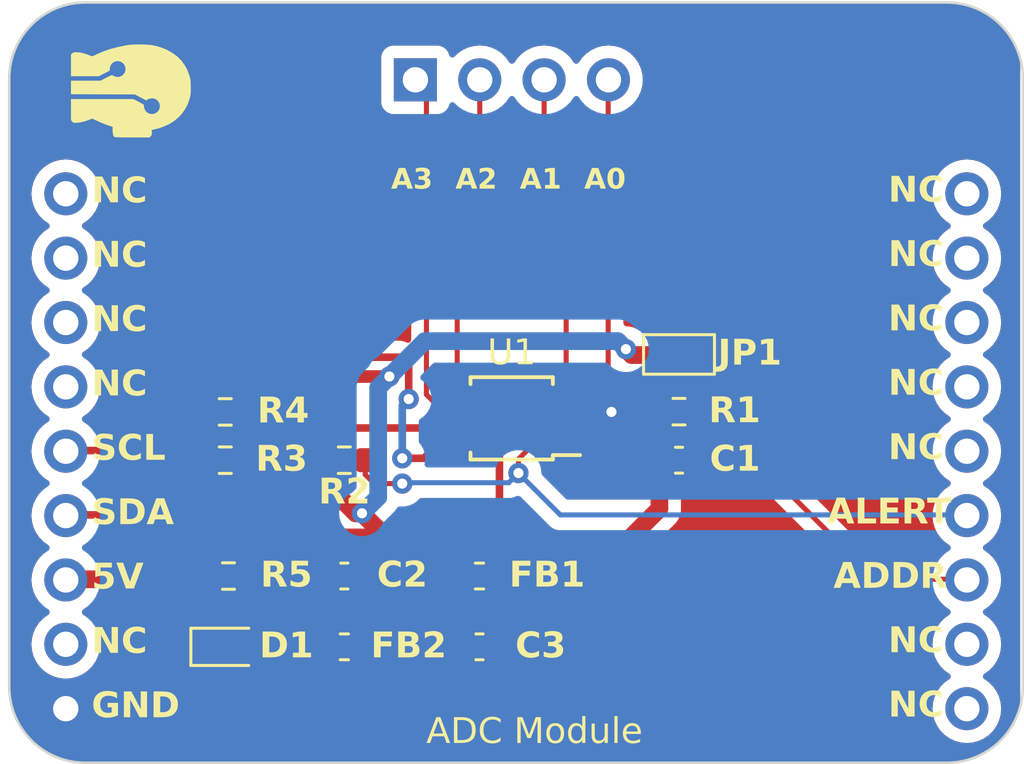
<source format=kicad_pcb>
(kicad_pcb (version 20240108) (generator "pcbnew") (generator_version "8.0")
  (layers (0 "F.Cu" signal) (31 "B.Cu" signal) (34 "B.Paste" user) (35 "F.Paste" user) (36 "B.SilkS" user "B.Silkscreen") (37 "F.SilkS" user "F.Silkscreen") (38 "B.Mask" user) (39 "F.Mask" user) (44 "Edge.Cuts" user))
  (net 0 "")
  (net 1 "VCC")
  (net 2 "GND")
  (net 3 "+5V")
  (net 4 "SDA")
  (net 5 "SCL")
  (net 6 "AIN0")
  (net 7 "AIN1")
  (net 8 "AIN2")
  (net 9 "AIN3")
  (net 22 "ADDR")
  (net 23 "ALERT")
  (net 24 "Net-(D1-A)")
  (footprint "Resistor_SMD:R_0603_1608Metric" (layer "F.Cu") (at 122.174 94.869 180)
    (property "Reference" "R4" (at -2.286 0 0) (layer "F.SilkS") (effects (font (thickness 0.16) (bold yes))))
    (property "Value" "10K" (hide yes))
    (fp_line (start -0.237258 0.5225) (end 0.237258 0.5225) (stroke (width 0.12)) (layer "F.SilkS"))
    (fp_line (start -0.237258 -0.5225) (end 0.237258 -0.5225) (stroke (width 0.12)) (layer "F.SilkS"))
    (pad "1" smd roundrect (at -0.825 0 180) (size 0.8 0.95) (layers "F.Cu" "F.Paste" "F.Mask") (net 3 "+5V"))
    (pad "2" smd roundrect (at 0.825 0 180) (size 0.8 0.95) (layers "F.Cu" "F.Paste" "F.Mask") (net 5 "SCL"))
  )
  (footprint "Connector_PinSocket_2.54mm:PinSocket_1x04_P2.54mm_Vertical" (layer "F.Cu") (at 129.677 81.763 90)
    (property "Reference" "J1" (hide yes))
    (property "Value" "Conn_01x04_Socket" (hide yes))
    (pad "1" thru_hole rect (at 0 0 90) (size 1.7 1.7) (drill 1) (layers "*.Cu" "*.Mask") (net 9 "AIN3"))
    (pad "2" thru_hole oval (at 0 2.54 90) (size 1.7 1.7) (drill 1) (layers "*.Cu" "*.Mask") (net 8 "AIN2"))
    (pad "3" thru_hole oval (at 0 5.08 90) (size 1.7 1.7) (drill 1) (layers "*.Cu" "*.Mask") (net 7 "AIN1"))
    (pad "4" thru_hole oval (at 0 7.62 90) (size 1.7 1.7) (drill 1) (layers "*.Cu" "*.Mask") (net 6 "AIN0"))
  )
  (footprint "Capacitor_SMD:C_0603_1608Metric" (layer "F.Cu") (at 140.081 96.774)
    (property "Reference" "C1" (at 2.2098 0 0) (layer "F.SilkS") (effects (font (thickness 0.16) (bold yes))))
    (property "Value" "10uF" (hide yes))
    (fp_line (start -0.14058 -0.51) (end 0.14058 -0.51) (stroke (width 0.12)) (layer "F.SilkS"))
    (fp_line (start -0.14058 0.51) (end 0.14058 0.51) (stroke (width 0.12)) (layer "F.SilkS"))
    (pad "1" smd roundrect (at -0.775 0) (size 0.9 0.95) (layers "F.Cu" "F.Paste" "F.Mask") (net 1 "VCC"))
    (pad "2" smd roundrect (at 0.775 0) (size 0.9 0.95) (layers "F.Cu" "F.Paste" "F.Mask") (net 2 "GND"))
  )
  (footprint "Resistor_SMD:R_0603_1608Metric" (layer "F.Cu") (at 122.301 101.346)
    (property "Reference" "R5" (at 2.286 0 0) (layer "F.SilkS") (effects (font (thickness 0.16) (bold yes))))
    (property "Value" "470r" (hide yes))
    (fp_line (start -0.237258 -0.5225) (end 0.237258 -0.5225) (stroke (width 0.12)) (layer "F.SilkS"))
    (fp_line (start -0.237258 0.5225) (end 0.237258 0.5225) (stroke (width 0.12)) (layer "F.SilkS"))
    (pad "1" smd roundrect (at -0.825 0) (size 0.8 0.95) (layers "F.Cu" "F.Paste" "F.Mask") (net 3 "+5V"))
    (pad "2" smd roundrect (at 0.825 0) (size 0.8 0.95) (layers "F.Cu" "F.Paste" "F.Mask") (net 24 "Net-(D1-A)"))
  )
  (footprint "Jumper:SolderJumper-2_P1.3mm_Open_Pad1.0x1.5mm" (layer "F.Cu") (at 140.081 92.583 180)
    (property "Reference" "JP1" (at -2.794 -0.003095 0) (layer "F.SilkS") (effects (font (thickness 0.16) (bold yes))))
    (property "Value" "Jumper_2_Open" (hide yes))
    (fp_line (start 1.4 0.762) (end -1.4 0.762) (stroke (width 0.12)) (layer "F.SilkS"))
    (fp_line (start 1.4 -0.7968) (end 1.4 0.762) (stroke (width 0.12)) (layer "F.SilkS"))
    (fp_line (start -1.4 0.762) (end -1.4 -0.7968) (stroke (width 0.12)) (layer "F.SilkS"))
    (fp_line (start -1.4 -0.7968) (end 1.4 -0.7968) (stroke (width 0.12)) (layer "F.SilkS"))
    (pad "1" smd rect (at -0.65 -0.0408 180) (size 1 1.1056) (layers "F.Cu" "F.Mask") (net 22 "ADDR"))
    (pad "2" smd rect (at 0.65 -0.040801 180) (size 1 1.105598) (layers "F.Cu" "F.Mask") (net 3 "+5V"))
  )
  (footprint "Package_SO:TSSOP-10_3x3mm_P0.5mm" (layer "F.Cu") (at 133.477 95.123 180)
    (property "Reference" "U1" (hide yes))
    (property "Value" "U1" (at 0 2.55 0) (layer "F.SilkS"))
    (fp_line (start 1.625 1.625) (end 1.625 1.35) (stroke (width 0.15)) (layer "F.SilkS"))
    (fp_line (start 1.625 -1.625) (end 1.625 -1.35) (stroke (width 0.15)) (layer "F.SilkS"))
    (fp_line (start -1.625 1.625) (end 1.625 1.625) (stroke (width 0.15)) (layer "F.SilkS"))
    (fp_line (start -1.625 1.625) (end -1.625 1.35) (stroke (width 0.15)) (layer "F.SilkS"))
    (fp_line (start -1.625 -1.45) (end -2.7 -1.45) (stroke (width 0.15)) (layer "F.SilkS"))
    (fp_line (start -1.625 -1.625) (end 1.625 -1.625) (stroke (width 0.15)) (layer "F.SilkS"))
    (fp_line (start -1.625 -1.625) (end -1.625 -1.45) (stroke (width 0.15)) (layer "F.SilkS"))
    (pad "1" smd rect (at -2.15 -1 180) (size 1.1 0.25) (layers "F.Cu" "F.Paste" "F.Mask") (net 22 "ADDR"))
    (pad "2" smd rect (at -2.15 -0.5 180) (size 1.1 0.25) (layers "F.Cu" "F.Paste" "F.Mask") (net 23 "ALERT"))
    (pad "3" smd rect (at -2.15 0 180) (size 1.1 0.25) (layers "F.Cu" "F.Paste" "F.Mask") (net 2 "GND"))
    (pad "4" smd rect (at -2.15 0.5 180) (size 1.1 0.25) (layers "F.Cu" "F.Paste" "F.Mask") (net 6 "AIN0"))
    (pad "5" smd rect (at -2.15 1 180) (size 1.1 0.25) (layers "F.Cu" "F.Paste" "F.Mask") (net 7 "AIN1"))
    (pad "6" smd rect (at 2.15 1 180) (size 1.1 0.25) (layers "F.Cu" "F.Paste" "F.Mask") (net 8 "AIN2"))
    (pad "7" smd rect (at 2.15 0.5 180) (size 1.1 0.25) (layers "F.Cu" "F.Paste" "F.Mask") (net 9 "AIN3"))
    (pad "8" smd rect (at 2.15 0 180) (size 1.1 0.25) (layers "F.Cu" "F.Paste" "F.Mask") (net 1 "VCC"))
    (pad "9" smd rect (at 2.15 -0.5 180) (size 1.1 0.25) (layers "F.Cu" "F.Paste" "F.Mask") (net 4 "SDA"))
    (pad "10" smd rect (at 2.15 -1 180) (size 1.1 0.25) (layers "F.Cu" "F.Paste" "F.Mask") (net 5 "SCL"))
  )
  (footprint "LED_SMD:LED_0603_1608Metric" (layer "F.Cu") (at 122.301 104.14)
    (property "Reference" "D1" (at 2.286 0 0) (layer "F.SilkS") (effects (font (thickness 0.16) (bold yes))))
    (property "Value" "LED" (hide yes))
    (fp_line (start -1.485 -0.735) (end -1.485 0.735) (stroke (width 0.12)) (layer "F.SilkS"))
    (fp_line (start -1.485 0.735) (end 0.8 0.735) (stroke (width 0.12)) (layer "F.SilkS"))
    (fp_line (start 0.8 -0.735) (end -1.485 -0.735) (stroke (width 0.12)) (layer "F.SilkS"))
    (pad "1" smd roundrect (at -0.7875 0) (size 0.875 0.95) (layers "F.Cu" "F.Paste" "F.Mask") (net 2 "GND"))
    (pad "2" smd roundrect (at 0.7875 0) (size 0.875 0.95) (layers "F.Cu" "F.Paste" "F.Mask") (net 24 "Net-(D1-A)"))
  )
  (footprint "Resistor_SMD:R_0603_1608Metric" (layer "F.Cu") (at 122.174 96.774 180)
    (property "Reference" "R3" (at -2.223 0 0) (layer "F.SilkS") (effects (font (thickness 0.16) (bold yes))))
    (property "Value" "10K" (hide yes))
    (fp_line (start -0.237258 0.5225) (end 0.237258 0.5225) (stroke (width 0.12)) (layer "F.SilkS"))
    (fp_line (start -0.237258 -0.5225) (end 0.237258 -0.5225) (stroke (width 0.12)) (layer "F.SilkS"))
    (pad "1" smd roundrect (at -0.825 0 180) (size 0.8 0.95) (layers "F.Cu" "F.Paste" "F.Mask") (net 3 "+5V"))
    (pad "2" smd roundrect (at 0.825 0 180) (size 0.8 0.95) (layers "F.Cu" "F.Paste" "F.Mask") (net 4 "SDA"))
  )
  (footprint "Moduler_:pin_header" (layer "F.Cu") (at 133.406 96.928)
    (property "Reference" "U3" (hide yes))
    (property "Value" "~" (hide yes))
    (fp_poly (pts (xy -14.485582 -16.559009) (xy -14.360573 -16.554745) (xy -14.248636 -16.54798) (xy -14.157002 -16.538775) (xy -14.117924 -16.532703) (xy -13.929469 -16.491549) (xy -13.759531 -16.440533) (xy -13.595569 -16.375574) (xy -13.505604 -16.333511) (xy -13.302009 -16.218091) (xy -13.123321 -16.083397) (xy -12.969118 -15.928915) (xy -12.838978 -15.754131) (xy -12.73248 -15.558531) (xy -12.6492 -15.3416) (xy -12.625721 -15.261504) (xy -12.612959 -15.20932) (xy -12.603846 -15.156964) (xy -12.597806 -15.097579) (xy -12.594264 -15.024306) (xy -12.592645 -14.930288) (xy -12.59236 -14.863654) (xy -12.592671 -14.758539) (xy -12.594379 -14.67766) (xy -12.598173 -14.613669) (xy -12.604739 -14.559219) (xy -12.614766 -14.506962) (xy -12.628942 -14.449549) (xy -12.632287 -14.43698) (xy -12.705714 -14.221543) (xy -12.805363 -14.022972) (xy -12.930147 -13.842253) (xy -13.078978 -13.68037) (xy -13.250768 -13.538308) (xy -13.444431 -13.417053) (xy -13.658878 -13.317589) (xy -13.893022 -13.240901) (xy -13.975535 -13.220506) (xy -14.129547 -13.185381) (xy -14.129547 -13.083439) (xy -14.131087 -13.025365) (xy -14.138019 -12.987709) (xy -14.153807 -12.959356) (xy -14.17572 -12.935324) (xy -14.221893 -12.889151) (xy -14.898388 -12.889632) (xy -15.093554 -12.890179) (xy -15.257188 -12.891522) (xy -15.389336 -12.893662) (xy -15.490047 -12.896601) (xy -15.559371 -12.900339) (xy -15.597354 -12.904877) (xy -15.604006 -12.907041) (xy -15.639705 -12.944721) (xy -15.663541 -13.009816) (xy -15.675744 -13.103144) (xy -15.677582 -13.169023) (xy -15.677607 -13.307746) (xy -15.877323 -13.375342) (xy -15.973613 -13.410249) (xy -16.083694 -13.453796) (xy -16.193274 -13.500154) (xy -16.27912 -13.539209) (xy -16.481202 -13.63548) (xy -16.625058 -13.577237) (xy -16.814264 -13.51298) (xy -16.995657 -13.477073) (xy -17.112214 -13.468483) (xy -17.172568 -13.467793) (xy -17.210949 -13.471228) (xy -17.236949 -13.481681) (xy -17.260163 -13.502045) (xy -17.274123 -13.517292) (xy -17.320343 -13.568879) (xy -17.320343 -13.987224) (xy -17.320343 -14.405569) (xy -16.086926 -14.405569) (xy -14.85351 -14.405569) (xy -14.643801 -14.294889) (xy -14.56284 -14.251731) (xy -14.506066 -14.219928) (xy -14.469493 -14.196546) (xy -14.449134 -14.178651) (xy -14.441003 -14.163308) (xy -14.441111 -14.147581) (xy -14.441413 -14.14592) (xy -14.43976 -14.092795) (xy -14.421236 -14.027967) (xy -14.3904 -13.962942) (xy -14.35181 -13.909228) (xy -14.344762 -13.902005) (xy -14.296227 -13.865834) (xy -14.236644 -13.835404) (xy -14.214799 -13.827587) (xy -14.121045 -13.813694) (xy -14.033382 -13.827179) (xy -13.955509 -13.863953) (xy -13.891126 -13.919926) (xy -13.843932 -13.991011) (xy -13.817627 -14.073118) (xy -13.815911 -14.162158) (xy -13.838074 -14.243952) (xy -13.888707 -14.328311) (xy -13.95777 -14.389514) (xy -14.040589 -14.425955) (xy -14.132494 -14.436027) (xy -14.228811 -14.418125) (xy -14.281052 -14.396241) (xy -14.36193 -14.355321) (xy -14.581404 -14.471272) (xy -14.800878 -14.587224) (xy -16.06061 -14.591538) (xy -17.320343 -14.595853) (xy -17.320343 -14.86402) (xy -17.320343 -15.132186) (xy -16.736108 -15.132186) (xy -16.151873 -15.132186) (xy -15.92364 -15.25081) (xy -15.825628 -15.300328) (xy -15.752835 -15.333929) (xy -15.705794 -15.351385) (xy -15.685044 -15.352471) (xy -15.684533 -15.351839) (xy -15.664369 -15.334981) (xy -15.626413 -15.313259) (xy -15.608475 -15.304645) (xy -15.517344 -15.278515) (xy -15.42868 -15.280387) (xy -15.34665 -15.306716) (xy -15.27542 -15.353956) (xy -15.219157 -15.418565) (xy -15.182028 -15.496995) (xy -15.1682 -15.585704) (xy -15.178799 -15.670169) (xy -15.216089 -15.756834) (xy -15.2752 -15.826154) (xy -15.350432 -15.875231) (xy -15.436087 -15.901168) (xy -15.526465 -15.901066) (xy -15.594919 -15.881743) (xy -15.679764 -15.831605) (xy -15.7402 -15.761879) (xy -15.776844 -15.671686) (xy -15.787538 -15.6087) (xy -15.796027 -15.524455) (xy -16.008245 -15.415199) (xy -16.220463 -15.305942) (xy -16.770403 -15.305942) (xy -17.320343 -15.305942) (xy -17.320343 -15.73365) (xy -17.320343 -16.161358) (xy -17.27417 -16.207531) (xy -17.247441 -16.231634) (xy -17.221044 -16.24546) (xy -17.185152 -16.251797) (xy -17.129936 -16.253429) (xy -17.112261 -16.253429) (xy -16.965134 -16.242789) (xy -16.813828 -16.210492) (xy -16.650907 -16.15493) (xy -16.643254 -16.151886) (xy -16.580147 -16.127507) (xy -16.526736 -16.108472) (xy -16.490695 -16.097439) (xy -16.481152 -16.095743) (xy -16.459332 -16.102404) (xy -16.415439 -16.120594) (xy -16.35561 -16.147624) (xy -16.285983 -16.180807) (xy -16.277762 -16.184828) (xy -16.053998 -16.282606) (xy -15.80365 -16.369931) (xy -15.530295 -16.445763) (xy -15.237504 -16.509065) (xy -15.053614 -16.540657) (xy -14.971712 -16.549822) (xy -14.866727 -16.556178) (xy -14.74589 -16.559787) (xy -14.616431 -16.56071)) (fill solid) (layer "F.SilkS"))
    (fp_line (start -19.7562 -15.2144) (end -19.7562 8.7856) (stroke (width 0.1)) (layer "Edge.Cuts"))
    (fp_line (start -16.7562 11.7856) (end 17.2438 11.7856) (stroke (width 0.1)) (layer "Edge.Cuts"))
    (fp_line (start 17.2438 -18.2144) (end -16.7562 -18.2144) (stroke (width 0.1)) (layer "Edge.Cuts"))
    (fp_line (start 20.2438 8.7856) (end 20.2438 -15.2144) (stroke (width 0.1)) (layer "Edge.Cuts"))
    (fp_arc (start -19.7562 -15.2144) (mid -18.87752 -17.33572) (end -16.7562 -18.2144) (stroke (width 0.1)) (layer "Edge.Cuts"))
    (fp_arc (start -16.7562 11.7856) (mid -18.87752 10.90692) (end -19.7562 8.7856) (stroke (width 0.1)) (layer "Edge.Cuts"))
    (fp_arc (start 17.2438 -18.2144) (mid 19.36512 -17.33572) (end 20.2438 -15.2144) (stroke (width 0.1)) (layer "Edge.Cuts"))
    (fp_arc (start 20.2438 8.7856) (mid 19.36512 10.90692) (end 17.2438 11.7856) (stroke (width 0.1)) (layer "Edge.Cuts"))
    (fp_text user "NC" (at -16.51 7.62 0) (layer "F.SilkS") (effects (font (thickness 0.2) (bold yes)) (justify left bottom)))
    (fp_text user "ADDR" (at 12.771 5.053 0) (layer "F.SilkS") (effects (font (thickness 0.2) (bold yes)) (justify left bottom)))
    (fp_text user "SDA" (at -16.51 2.54 0) (layer "F.SilkS") (effects (font (thickness 0.2) (bold yes)) (justify left bottom)))
    (fp_text user "ALERT" (at 12.517 2.513 0) (layer "F.SilkS") (effects (font (thickness 0.2) (bold yes)) (justify left bottom)))
    (fp_text user "NC" (at -16.51 -10.16 0) (layer "F.SilkS") (effects (font (thickness 0.2) (bold yes)) (justify left bottom)))
    (fp_text user "NC" (at 14.93 7.593 0) (layer "F.SilkS") (effects (font (thickness 0.2) (bold yes)) (justify left bottom)))
    (fp_text user "NC" (at 14.93 -7.647 0) (layer "F.SilkS") (effects (font (thickness 0.2) (bold yes)) (justify left bottom)))
    (fp_text user "NC" (at -16.51 -5.08 0) (layer "F.SilkS") (effects (font (thickness 0.2) (bold yes)) (justify left bottom)))
    (fp_text user "ADC Module" (at -3.302 11.176 0) (layer "F.SilkS") (effects (font (thickness 0.1)) (justify left bottom)))
    (fp_text user "NC" (at 14.93 10.133 0) (layer "F.SilkS") (effects (font (thickness 0.2) (bold yes)) (justify left bottom)))
    (fp_text user "NC" (at 14.93 -2.567 0) (layer "F.SilkS") (effects (font (thickness 0.2) (bold yes)) (justify left bottom)))
    (fp_text user "NC" (at 14.93 -0.027 0) (layer "F.SilkS") (effects (font (thickness 0.2) (bold yes)) (justify left bottom)))
    (fp_text user "NC" (at -16.51 -7.62 0) (layer "F.SilkS") (effects (font (thickness 0.2) (bold yes)) (justify left bottom)))
    (fp_text user "NC" (at 14.93 -5.107 0) (layer "F.SilkS") (effects (font (thickness 0.2) (bold yes)) (justify left bottom)))
    (fp_text user "NC" (at 14.93 -10.187 0) (layer "F.SilkS") (effects (font (thickness 0.2) (bold yes)) (justify left bottom)))
    (fp_text user "NC" (at -16.51 -2.54 0) (layer "F.SilkS") (effects (font (thickness 0.2) (bold yes)) (justify left bottom)))
    (fp_text user "SCL" (at -16.51 0 0) (layer "F.SilkS") (effects (font (thickness 0.2) (bold yes)) (justify left bottom)))
    (fp_text user "5V" (at -16.51 5.08 0) (layer "F.SilkS") (effects (font (thickness 0.2) (bold yes)) (justify left bottom)))
    (fp_text user "GND" (at -16.51 10.16 0) (layer "F.SilkS") (effects (font (thickness 0.2) (bold yes)) (justify left bottom)))
    (pad "1" thru_hole oval (at -17.526 -10.668) (size 1.7 1.7) (drill 1) (layers "*.Cu" "*.Mask"))
    (pad "2" thru_hole oval (at -17.526 -8.128) (size 1.7 1.7) (drill 1) (layers "*.Cu" "*.Mask"))
    (pad "3" thru_hole oval (at -17.526 -5.588) (size 1.7 1.7) (drill 1) (layers "*.Cu" "*.Mask"))
    (pad "4" thru_hole oval (at -17.526 -3.048) (size 1.7 1.7) (drill 1) (layers "*.Cu" "*.Mask"))
    (pad "5" thru_hole oval (at -17.526 -0.508) (size 1.7 1.7) (drill 1) (layers "*.Cu" "*.Mask") (net 5 "SCL"))
    (pad "6" thru_hole oval (at -17.526 2.032) (size 1.7 1.7) (drill 1) (layers "*.Cu" "*.Mask") (net 4 "SDA"))
    (pad "7" thru_hole oval (at -17.526 4.572) (size 1.7 1.7) (drill 1) (layers "*.Cu" "*.Mask") (net 3 "+5V"))
    (pad "8" thru_hole oval (at -17.526 7.112) (size 1.7 1.7) (drill 1) (layers "*.Cu" "*.Mask"))
    (pad "9" thru_hole oval (at -17.526 9.652) (size 1.7 1.7) (drill 1) (layers "*.Cu" "*.Mask") (net 2 "GND"))
    (pad "10" thru_hole oval (at 18.034 9.652) (size 1.7 1.7) (drill 1) (layers "*.Cu" "*.Mask"))
    (pad "11" thru_hole oval (at 18.034 7.112) (size 1.7 1.7) (drill 1) (layers "*.Cu" "*.Mask"))
    (pad "12" thru_hole oval (at 18.034 4.572) (size 1.7 1.7) (drill 1) (layers "*.Cu" "*.Mask") (net 22 "ADDR"))
    (pad "13" thru_hole oval (at 18.034 2.032) (size 1.7 1.7) (drill 1) (layers "*.Cu" "*.Mask") (net 23 "ALERT"))
    (pad "14" thru_hole oval (at 18.034 -0.508) (size 1.7 1.7) (drill 1) (layers "*.Cu" "*.Mask"))
    (pad "15" thru_hole oval (at 18.034 -3.048) (size 1.7 1.7) (drill 1) (layers "*.Cu" "*.Mask"))
    (pad "16" thru_hole oval (at 18.034 -5.588) (size 1.7 1.7) (drill 1) (layers "*.Cu" "*.Mask"))
    (pad "17" thru_hole oval (at 18.034 -8.128) (size 1.7 1.7) (drill 1) (layers "*.Cu" "*.Mask"))
    (pad "18" thru_hole oval (at 18.034 -10.668) (size 1.7 1.7) (drill 1) (layers "*.Cu" "*.Mask"))
  )
  (footprint "Inductor_SMD:L_0603_1608Metric" (layer "F.Cu") (at 126.873 104.14)
    (property "Reference" "FB2" (at 2.54 0 0) (layer "F.SilkS") (effects (font (thickness 0.16) (bold yes))))
    (property "Value" "FerriteBead" (hide yes))
    (fp_line (start -0.162779 -0.51) (end 0.162779 -0.51) (stroke (width 0.12)) (layer "F.SilkS"))
    (fp_line (start -0.162779 0.51) (end 0.162779 0.51) (stroke (width 0.12)) (layer "F.SilkS"))
    (pad "1" smd roundrect (at -0.7875 0) (size 0.875 0.95) (layers "F.Cu" "F.Paste" "F.Mask") (net 2 "GND"))
    (pad "2" smd roundrect (at 0.7875 0) (size 0.875 0.95) (layers "F.Cu" "F.Paste" "F.Mask") (net 2 "GND"))
  )
  (footprint "Resistor_SMD:R_0603_1608Metric" (layer "F.Cu") (at 126.873 96.774)
    (property "Reference" "R2" (at 0.004193 1.293065 0) (layer "F.SilkS") (effects (font (thickness 0.16) (bold yes))))
    (property "Value" "10k" (hide yes))
    (fp_line (start -0.237258 -0.5225) (end 0.237258 -0.5225) (stroke (width 0.12)) (layer "F.SilkS"))
    (fp_line (start -0.237258 0.5225) (end 0.237258 0.5225) (stroke (width 0.12)) (layer "F.SilkS"))
    (pad "1" smd roundrect (at -0.825 0) (size 0.8 0.95) (layers "F.Cu" "F.Paste" "F.Mask") (net 3 "+5V"))
    (pad "2" smd roundrect (at 0.825 0) (size 0.8 0.95) (layers "F.Cu" "F.Paste" "F.Mask") (net 23 "ALERT"))
  )
  (footprint "Capacitor_SMD:C_0603_1608Metric" (layer "F.Cu") (at 132.207 104.14 180)
    (property "Reference" "C3" (at -2.413 0 180) (layer "F.SilkS") (effects (font (thickness 0.16) (bold yes))))
    (property "Value" "0.1uF" (hide yes))
    (fp_line (start -0.14058 0.51) (end 0.14058 0.51) (stroke (width 0.12)) (layer "F.SilkS"))
    (fp_line (start -0.14058 -0.51) (end 0.14058 -0.51) (stroke (width 0.12)) (layer "F.SilkS"))
    (pad "1" smd roundrect (at -0.775 0 180) (size 0.9 0.95) (layers "F.Cu" "F.Paste" "F.Mask") (net 1 "VCC"))
    (pad "2" smd roundrect (at 0.775 0 180) (size 0.9 0.95) (layers "F.Cu" "F.Paste" "F.Mask") (net 2 "GND"))
  )
  (footprint "Inductor_SMD:L_0603_1608Metric" (layer "F.Cu") (at 132.207 101.346)
    (property "Reference" "FB1" (at 2.667 0 0) (layer "F.SilkS") (effects (font (thickness 0.16) (bold yes))))
    (property "Value" "FerriteBead" (hide yes))
    (fp_line (start -0.162779 -0.51) (end 0.162779 -0.51) (stroke (width 0.12)) (layer "F.SilkS"))
    (fp_line (start -0.162779 0.51) (end 0.162779 0.51) (stroke (width 0.12)) (layer "F.SilkS"))
    (pad "1" smd roundrect (at -0.7875 0) (size 0.875 0.95) (layers "F.Cu" "F.Paste" "F.Mask") (net 3 "+5V"))
    (pad "2" smd roundrect (at 0.7875 0) (size 0.875 0.95) (layers "F.Cu" "F.Paste" "F.Mask") (net 1 "VCC"))
  )
  (footprint "Resistor_SMD:R_0603_1608Metric" (layer "F.Cu") (at 140.081 94.859)
    (property "Reference" "R1" (at 2.194279 0.000713 0) (layer "F.SilkS") (effects (font (thickness 0.16) (bold yes))))
    (property "Value" "10K" (hide yes))
    (fp_line (start -0.237258 -0.5225) (end 0.237258 -0.5225) (stroke (width 0.12)) (layer "F.SilkS"))
    (fp_line (start -0.237258 0.5225) (end 0.237258 0.5225) (stroke (width 0.12)) (layer "F.SilkS"))
    (pad "1" smd roundrect (at -0.825 0) (size 0.8 0.95) (layers "F.Cu" "F.Paste" "F.Mask") (net 22 "ADDR"))
    (pad "2" smd roundrect (at 0.825 0) (size 0.8 0.95) (layers "F.Cu" "F.Paste" "F.Mask") (net 2 "GND"))
  )
  (footprint "Capacitor_SMD:C_0603_1608Metric" (layer "F.Cu") (at 126.873 101.346)
    (property "Reference" "C2" (at 2.286 0 0) (layer "F.SilkS") (effects (font (thickness 0.16) (bold yes))))
    (property "Value" "10uF" (hide yes))
    (fp_line (start -0.14058 -0.51) (end 0.14058 -0.51) (stroke (width 0.12)) (layer "F.SilkS"))
    (fp_line (start -0.14058 0.51) (end 0.14058 0.51) (stroke (width 0.12)) (layer "F.SilkS"))
    (pad "1" smd roundrect (at -0.775 0) (size 0.9 0.95) (layers "F.Cu" "F.Paste" "F.Mask") (net 3 "+5V"))
    (pad "2" smd roundrect (at 0.775 0) (size 0.9 0.95) (layers "F.Cu" "F.Paste" "F.Mask") (net 2 "GND"))
  )
  (gr_text "A3" (at 129.54 85.725 0) (layer "F.SilkS") (effects (font (size 0.8 0.8) (thickness 0.16) (bold yes))))
  (gr_text "A1\n" (at 134.62 85.725 0) (layer "F.SilkS") (effects (font (size 0.8 0.8) (thickness 0.16) (bold yes))))
  (gr_text "A2\n" (at 132.08 85.725 0) (layer "F.SilkS") (effects (font (size 0.8 0.8) (thickness 0.16) (bold yes))))
  (gr_text "A0" (at 137.16 85.725 0) (layer "F.SilkS") (effects (font (size 0.8 0.8) (thickness 0.16) (bold yes))))
  (segment (start 132.202 95.123) (end 132.268 95.123) (width 0.3) (layer "F.Cu") (net 1))
  (segment (start 139.306 98.692) (end 139.306 96.774) (width 0.7) (layer "F.Cu") (net 1))
  (segment (start 132.9945 95.8495) (end 132.9945 101.346) (width 0.3) (layer "F.Cu") (net 1))
  (segment (start 136.652 101.346) (end 139.306 98.692) (width 0.7) (layer "F.Cu") (net 1))
  (segment (start 132.268 95.123) (end 132.9945 95.8495) (width 0.3) (layer "F.Cu") (net 1))
  (segment (start 131.327 95.123) (end 132.202 95.123) (width 0.2) (layer "F.Cu") (net 1))
  (segment (start 132.9945 101.346) (end 132.9945 104.1275) (width 0.7) (layer "F.Cu") (net 1))
  (segment (start 132.9945 104.1275) (end 132.982 104.14) (width 0.7) (layer "F.Cu") (net 1))
  (segment (start 132.9945 101.346) (end 136.652 101.346) (width 0.7) (layer "F.Cu") (net 1))
  (segment (start 137.16 95.123) (end 137.414 94.869) (width 0.2) (layer "F.Cu") (net 2))
  (segment (start 135.627 95.123) (end 137.16 95.123) (width 0.2) (layer "F.Cu") (net 2))
  (via (at 137.414 94.869) (size 0.8) (drill 0.4) (layers "F.Cu" "B.Cu") (net 2))
  (segment (start 115.824 101.473) (end 121.349 101.473) (width 0.7) (layer "F.Cu") (net 3))
  (segment (start 127.3175 98.8695) (end 126.048 97.6) (width 0.7) (layer "F.Cu") (net 3))
  (segment (start 123.078411 99.710411) (end 123.078411 96.853411) (width 0.7) (layer "F.Cu") (net 3))
  (segment (start 128.524 99.822) (end 130.683 99.822) (width 0.7) (layer "F.Cu") (net 3))
  (segment (start 128.524 99.822) (end 127.5715 98.8695) (width 0.7) (layer "F.Cu") (net 3))
  (segment (start 126.048 97.6) (end 126.048 96.774) (width 0.7) (layer "F.Cu") (net 3))
  (segment (start 126.098 100.444) (end 126.098 101.346) (width 0.7) (layer "F.Cu") (net 3))
  (segment (start 130.683 99.822) (end 131.4195 100.5585) (width 0.7) (layer "F.Cu") (net 3))
  (segment (start 131.4195 100.5585) (end 131.4195 101.346) (width 0.7) (layer "F.Cu") (net 3))
  (segment (start 127.5715 98.8695) (end 127.3175 98.8695) (width 0.7) (layer "F.Cu") (net 3))
  (segment (start 122.999 94.869) (end 124.46 94.869) (width 0.5) (layer "F.Cu") (net 3))
  (segment (start 123.19 99.822) (end 123.078411 99.710411) (width 0.7) (layer "F.Cu") (net 3))
  (segment (start 125.476 99.822) (end 126.098 100.444) (width 0.7) (layer "F.Cu") (net 3))
  (segment (start 126.098 101.346) (end 126.098 100.597) (width 0.7) (layer "F.Cu") (net 3))
  (segment (start 121.476 100.52) (end 122.174 99.822) (width 0.7) (layer "F.Cu") (net 3))
  (segment (start 123.19 99.822) (end 125.476 99.822) (width 0.7) (layer "F.Cu") (net 3))
  (segment (start 125.857 93.472) (end 128.651 93.472) (width 0.5) (layer "F.Cu") (net 3))
  (segment (start 122.174 99.822) (end 123.19 99.822) (width 0.7) (layer "F.Cu") (net 3))
  (segment (start 121.349 101.473) (end 121.476 101.346) (width 0.7) (layer "F.Cu") (net 3))
  (segment (start 124.46 94.869) (end 125.857 93.472) (width 0.5) (layer "F.Cu") (net 3))
  (segment (start 123.078411 96.853411) (end 122.999 96.774) (width 0.7) (layer "F.Cu") (net 3))
  (segment (start 138.216801 92.623801) (end 139.431 92.623801) (width 0.7) (layer "F.Cu") (net 3))
  (segment (start 126.098 100.597) (end 126.873 99.822) (width 0.7) (layer "F.Cu") (net 3))
  (segment (start 137.9855 92.3925) (end 138.216801 92.623801) (width 0.7) (layer "F.Cu") (net 3))
  (segment (start 121.476 101.346) (end 121.476 100.52) (width 0.7) (layer "F.Cu") (net 3))
  (segment (start 126.873 99.822) (end 128.524 99.822) (width 0.7) (layer "F.Cu") (net 3))
  (via (at 137.9855 92.3925) (size 0.8) (drill 0.4) (layers "F.Cu" "B.Cu") (net 3))
  (via (at 127.5715 98.8695) (size 0.8) (drill 0.4) (layers "F.Cu" "B.Cu") (net 3))
  (via (at 128.651 93.472) (size 0.8) (drill 0.4) (layers "F.Cu" "B.Cu") (net 3))
  (segment (start 128.209 93.914) (end 128.651 93.472) (width 0.7) (layer "B.Cu") (net 3))
  (segment (start 137.9855 92.3925) (end 137.668 92.075) (width 0.7) (layer "B.Cu") (net 3))
  (segment (start 128.209 98.232) (end 128.209 93.914) (width 0.7) (layer "B.Cu") (net 3))
  (segment (start 137.668 92.075) (end 130.048 92.075) (width 0.7) (layer "B.Cu") (net 3))
  (segment (start 127.5715 98.8695) (end 128.209 98.232) (width 0.7) (layer "B.Cu") (net 3))
  (segment (start 130.048 92.075) (end 128.651 93.472) (width 0.7) (layer "B.Cu") (net 3))
  (segment (start 122.238 95.885) (end 121.349 96.774) (width 0.3) (layer "F.Cu") (net 4))
  (segment (start 118.364 98.933) (end 120.523 96.774) (width 0.3) (layer "F.Cu") (net 4))
  (segment (start 120.523 96.774) (end 121.349 96.774) (width 0.3) (layer "F.Cu") (net 4))
  (segment (start 130.167 95.623) (end 131.327 95.623) (width 0.2) (layer "F.Cu") (net 4))
  (segment (start 115.824 98.933) (end 118.364 98.933) (width 0.3) (layer "F.Cu") (net 4))
  (segment (start 130.048 95.504) (end 130.167 95.623) (width 0.2) (layer "F.Cu") (net 4))
  (segment (start 130.048 95.504) (end 124.079 95.504) (width 0.3) (layer "F.Cu") (net 4))
  (segment (start 123.698 95.885) (end 122.238 95.885) (width 0.3) (layer "F.Cu") (net 4))
  (segment (start 124.079 95.504) (end 123.698 95.885) (width 0.3) (layer "F.Cu") (net 4))
  (segment (start 129.413 93.091) (end 129.413 94.361) (width 0.3) (layer "F.Cu") (net 5))
  (segment (start 130.588396 96.123) (end 131.327 96.123) (width 0.2) (layer "F.Cu") (net 5))
  (segment (start 121.349 93.916) (end 122.555 92.71) (width 0.3) (layer "F.Cu") (net 5))
  (segment (start 122.555 92.71) (end 129.032 92.71) (width 0.3) (layer "F.Cu") (net 5))
  (segment (start 121.349 94.869) (end 121.349 93.916) (width 0.3) (layer "F.Cu") (net 5))
  (segment (start 115.824 96.393) (end 118.745 96.393) (width 0.3) (layer "F.Cu") (net 5))
  (segment (start 129.032 92.71) (end 129.413 93.091) (width 0.3) (layer "F.Cu") (net 5))
  (segment (start 118.745 96.393) (end 120.269 94.869) (width 0.3) (layer "F.Cu") (net 5))
  (segment (start 130.012896 96.6985) (end 129.159 96.6985) (width 0.3) (layer "F.Cu") (net 5))
  (segment (start 130.246698 96.464698) (end 130.012896 96.6985) (width 0.3) (layer "F.Cu") (net 5))
  (segment (start 130.246698 96.464698) (end 130.588396 96.123) (width 0.2) (layer "F.Cu") (net 5))
  (segment (start 120.269 94.869) (end 121.349 94.869) (width 0.3) (layer "F.Cu") (net 5))
  (via (at 129.159 96.6985) (size 0.8) (drill 0.4) (layers "F.Cu" "B.Cu") (net 5))
  (via (at 129.413 94.361) (size 0.8) (drill 0.4) (layers "F.Cu" "B.Cu") (net 5))
  (segment (start 129.159 94.615) (end 129.159 96.6985) (width 0.3) (layer "B.Cu") (net 5))
  (segment (start 129.413 94.361) (end 129.159 94.615) (width 0.3) (layer "B.Cu") (net 5))
  (segment (start 137.2855 93.7395) (end 137.2855 81.7745) (width 0.2) (layer "F.Cu") (net 6))
  (segment (start 137.2855 81.7745) (end 137.297 81.763) (width 0.2) (layer "F.Cu") (net 6))
  (segment (start 136.402 94.623) (end 137.2855 93.7395) (width 0.2) (layer "F.Cu") (net 6))
  (segment (start 135.627 94.623) (end 136.402 94.623) (width 0.2) (layer "F.Cu") (net 6))
  (segment (start 137.297 81.763) (end 137.551 81.763) (width 0.2) (layer "F.Cu") (net 6))
  (segment (start 135.627 84.573) (end 134.757 83.703) (width 0.2) (layer "F.Cu") (net 7))
  (segment (start 135.627 94.123) (end 135.627 84.573) (width 0.2) (layer "F.Cu") (net 7))
  (segment (start 134.757 83.703) (end 134.757 81.763) (width 0.2) (layer "F.Cu") (net 7))
  (segment (start 131.327 84.954) (end 132.217 84.064) (width 0.2) (layer "F.Cu") (net 8))
  (segment (start 131.327 94.123) (end 131.327 84.954) (width 0.2) (layer "F.Cu") (net 8))
  (segment (start 132.217 84.064) (end 132.217 81.763) (width 0.2) (layer "F.Cu") (net 8))
  (segment (start 131.327 94.623) (end 130.552 94.623) (width 0.2) (layer "F.Cu") (net 9))
  (segment (start 130.552 94.623) (end 130.113 94.184) (width 0.2) (layer "F.Cu") (net 9))
  (segment (start 130.113 94.184) (end 130.113 82.199) (width 0.2) (layer "F.Cu") (net 9))
  (segment (start 130.113 82.199) (end 129.677 81.763) (width 0.2) (layer "F.Cu") (net 9))
  (segment (start 129.677 81.763) (end 129.931 81.763) (width 0.2) (layer "F.Cu") (net 9))
  (segment (start 139.256 94.859) (end 139.256 95.314) (width 0.2) (layer "F.Cu") (net 22))
  (segment (start 139.7 93.853) (end 140.462 93.853) (width 0.2) (layer "F.Cu") (net 22))
  (segment (start 139.256 94.859) (end 139.256 94.297) (width 0.2) (layer "F.Cu") (net 22))
  (segment (start 135.627 96.123) (end 137.303 96.123) (width 0.2) (layer "F.Cu") (net 22))
  (segment (start 142.192941 95.837941) (end 147.828 101.473) (width 0.2) (layer "F.Cu") (net 22))
  (segment (start 147.828 101.473) (end 151.413 101.473) (width 0.2) (layer "F.Cu") (net 22))
  (segment (start 138.567 94.859) (end 139.256 94.859) (width 0.2) (layer "F.Cu") (net 22))
  (segment (start 140.462 93.853) (end 140.731 93.584) (width 0.2) (layer "F.Cu") (net 22))
  (segment (start 151.413 101.473) (end 151.44 101.5) (width 0.2) (layer "F.Cu") (net 22))
  (segment (start 139.779941 95.837941) (end 142.192941 95.837941) (width 0.2) (layer "F.Cu") (net 22))
  (segment (start 140.731 93.584) (end 140.731 92.6238) (width 0.2) (layer "F.Cu") (net 22))
  (segment (start 139.256 94.297) (end 139.7 93.853) (width 0.2) (layer "F.Cu") (net 22))
  (segment (start 137.303 96.123) (end 138.567 94.859) (width 0.2) (layer "F.Cu") (net 22))
  (segment (start 139.256 95.314) (end 139.779941 95.837941) (width 0.2) (layer "F.Cu") (net 22))
  (segment (start 129.159 97.698003) (end 128.051003 97.698003) (width 0.2) (layer "F.Cu") (net 23))
  (segment (start 133.744 96.731) (end 133.744 97.282) (width 0.2) (layer "F.Cu") (net 23))
  (segment (start 134.852 95.623) (end 133.744 96.731) (width 0.2) (layer "F.Cu") (net 23))
  (segment (start 127.698 97.345) (end 127.698 96.774) (width 0.2) (layer "F.Cu") (net 23))
  (segment (start 135.627 95.623) (end 134.852 95.623) (width 0.2) (layer "F.Cu") (net 23))
  (segment (start 128.051003 97.698003) (end 127.698 97.345) (width 0.2) (layer "F.Cu") (net 23))
  (via (at 129.159 97.698003) (size 0.8) (drill 0.4) (layers "F.Cu" "B.Cu") (net 23))
  (via (at 133.744 97.282) (size 0.8) (drill 0.4) (layers "F.Cu" "B.Cu") (net 23))
  (segment (start 133.744 97.282) (end 135.395 98.933) (width 0.2) (layer "B.Cu") (net 23))
  (segment (start 133.363 97.663) (end 129.194003 97.663) (width 0.2) (layer "B.Cu") (net 23))
  (segment (start 129.194003 97.663) (end 129.159 97.698003) (width 0.2) (layer "B.Cu") (net 23))
  (segment (start 133.744 97.282) (end 133.363 97.663) (width 0.2) (layer "B.Cu") (net 23))
  (segment (start 135.395 98.933) (end 151.384 98.933) (width 0.2) (layer "B.Cu") (net 23))
  (segment (start 123.126 101.346) (end 123.126 104.1025) (width 0.7) (layer "F.Cu") (net 24))
  (segment (start 123.126 104.1025) (end 123.0885 104.14) (width 0.7) (layer "F.Cu") (net 24))
  (zone (net 2) (net_name "GND") (layers "F&B.Cu") (connect_pads yes (clearance 0.5)) (min_thickness 0.25) (fill yes (thermal_gap 0.5) (thermal_bridge_width 0.5))
    (polygon (pts (xy 153.543 78.613) (xy 153.543 108.712) (xy 113.284 108.712) (xy 113.284 78.613)))
  )
)
</source>
